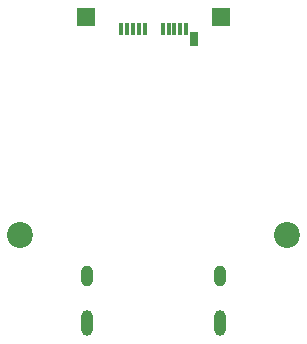
<source format=gbr>
%TF.GenerationSoftware,KiCad,Pcbnew,8.0.3*%
%TF.CreationDate,2024-07-13T10:44:47+10:00*%
%TF.ProjectId,EC Debug,45432044-6562-4756-972e-6b696361645f,rev?*%
%TF.SameCoordinates,Original*%
%TF.FileFunction,Soldermask,Bot*%
%TF.FilePolarity,Negative*%
%FSLAX46Y46*%
G04 Gerber Fmt 4.6, Leading zero omitted, Abs format (unit mm)*
G04 Created by KiCad (PCBNEW 8.0.3) date 2024-07-13 10:44:47*
%MOMM*%
%LPD*%
G01*
G04 APERTURE LIST*
%ADD10O,1.000000X1.800000*%
%ADD11O,1.000000X2.200000*%
%ADD12R,0.300000X1.000000*%
%ADD13R,0.700000X1.150000*%
%ADD14C,2.200000*%
%ADD15R,1.500000X1.500000*%
G04 APERTURE END LIST*
D10*
%TO.C,J2*%
X19380000Y21890000D03*
D11*
X19380000Y17890000D03*
D10*
X30620000Y21890000D03*
D11*
X30620000Y17890000D03*
%TD*%
D12*
%TO.C,P1*%
X27750000Y42780000D03*
X27250000Y42780000D03*
X26750000Y42780000D03*
X26250000Y42780000D03*
X25750000Y42780000D03*
X24250000Y42780000D03*
X23750000Y42780000D03*
X23250000Y42780000D03*
X22750000Y42780000D03*
X22250000Y42780000D03*
D13*
X28420000Y41940000D03*
%TD*%
D14*
%TO.C,H1*%
X13700000Y25320000D03*
%TD*%
%TO.C,H2*%
X36300000Y25320000D03*
%TD*%
D15*
%TO.C,TP2*%
X19300000Y43820000D03*
%TD*%
%TO.C,TP4*%
X30700000Y43820000D03*
%TD*%
M02*

</source>
